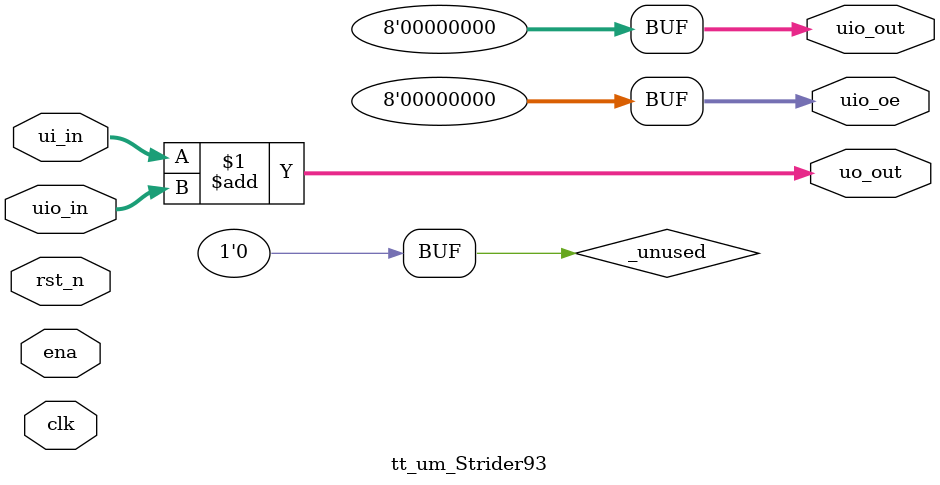
<source format=v>
/*
 * Copyright (c) 2024 Kosmas Wernhard
 * SPDX-License-Identifier: Apache-2.0
 */

`default_nettype none

module tt_um_Strider93 (
    input  wire [7:0] ui_in,    // Dedicated inputs
    output wire [7:0] uo_out,   // Dedicated outputs
    input  wire [7:0] uio_in,   // IOs: Input path
    output wire [7:0] uio_out,  // IOs: Output path
    output wire [7:0] uio_oe,   // IOs: Enable path (active high: 0=input, 1=output)
    input  wire       ena,      // always 1 when the design is powered, so you can ignore it
    input  wire       clk,      // clock
    input  wire       rst_n     // reset_n - low to reset
);

  // All output pins must be assigned. If not used, assign to 0.
  assign uo_out  = ui_in + uio_in;  // Example: ou_out is the sum of ui_in and uio_in
  assign uio_out = 0;
  assign uio_oe  = 0;

  // List all unused inputs to prevent warnings
  wire _unused = &{ena, clk, rst_n, 1'b0};

endmodule

</source>
